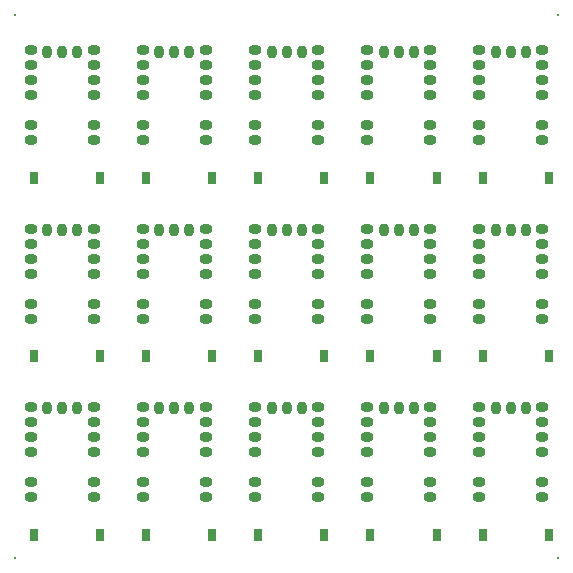
<source format=gbs>
G04*
G04 #@! TF.GenerationSoftware,Altium Limited,Altium Designer,21.5.1 (32)*
G04*
G04 Layer_Color=16711935*
%FSLAX25Y25*%
%MOIN*%
G70*
G04*
G04 #@! TF.SameCoordinates,56779449-03F1-48BB-9336-A885ABDA861C*
G04*
G04*
G04 #@! TF.FilePolarity,Negative*
G04*
G01*
G75*
%ADD46R,0.02756X0.04331*%
%ADD47C,0.00800*%
%ADD48O,0.04331X0.03386*%
%ADD49O,0.03386X0.04331*%
D46*
X36220Y15748D02*
D03*
X14173D02*
D03*
X73622D02*
D03*
X51575D02*
D03*
X111024D02*
D03*
X88976D02*
D03*
X148425D02*
D03*
X126378D02*
D03*
X185827D02*
D03*
X163779D02*
D03*
X36220Y75197D02*
D03*
X14173D02*
D03*
X73622D02*
D03*
X51575D02*
D03*
X111024D02*
D03*
X88976D02*
D03*
X148425D02*
D03*
X126378D02*
D03*
X185827D02*
D03*
X163779D02*
D03*
X36220Y134646D02*
D03*
X14173D02*
D03*
X73622D02*
D03*
X51575D02*
D03*
X111024D02*
D03*
X88976D02*
D03*
X148425D02*
D03*
X126378D02*
D03*
X185827D02*
D03*
X163779D02*
D03*
D47*
X7874Y188976D02*
D03*
X188976D02*
D03*
Y7874D02*
D03*
X7874D02*
D03*
D48*
X34095Y58307D02*
D03*
Y53307D02*
D03*
Y48307D02*
D03*
Y43307D02*
D03*
Y33307D02*
D03*
Y28307D02*
D03*
X13150D02*
D03*
Y33307D02*
D03*
Y43307D02*
D03*
Y48307D02*
D03*
Y53307D02*
D03*
Y58307D02*
D03*
X71496D02*
D03*
Y53307D02*
D03*
Y48307D02*
D03*
Y43307D02*
D03*
Y33307D02*
D03*
Y28307D02*
D03*
X50551D02*
D03*
Y33307D02*
D03*
Y43307D02*
D03*
Y48307D02*
D03*
Y53307D02*
D03*
Y58307D02*
D03*
X108898D02*
D03*
Y53307D02*
D03*
Y48307D02*
D03*
Y43307D02*
D03*
Y33307D02*
D03*
Y28307D02*
D03*
X87953D02*
D03*
Y33307D02*
D03*
Y43307D02*
D03*
Y48307D02*
D03*
Y53307D02*
D03*
Y58307D02*
D03*
X146299D02*
D03*
Y53307D02*
D03*
Y48307D02*
D03*
Y43307D02*
D03*
Y33307D02*
D03*
Y28307D02*
D03*
X125354D02*
D03*
Y33307D02*
D03*
Y43307D02*
D03*
Y48307D02*
D03*
Y53307D02*
D03*
Y58307D02*
D03*
X183701D02*
D03*
Y53307D02*
D03*
Y48307D02*
D03*
Y43307D02*
D03*
Y33307D02*
D03*
Y28307D02*
D03*
X162756D02*
D03*
Y33307D02*
D03*
Y43307D02*
D03*
Y48307D02*
D03*
Y53307D02*
D03*
Y58307D02*
D03*
X34095Y117756D02*
D03*
Y112756D02*
D03*
Y107756D02*
D03*
Y102756D02*
D03*
Y92756D02*
D03*
Y87756D02*
D03*
X13150D02*
D03*
Y92756D02*
D03*
Y102756D02*
D03*
Y107756D02*
D03*
Y112756D02*
D03*
Y117756D02*
D03*
X71496D02*
D03*
Y112756D02*
D03*
Y107756D02*
D03*
Y102756D02*
D03*
Y92756D02*
D03*
Y87756D02*
D03*
X50551D02*
D03*
Y92756D02*
D03*
Y102756D02*
D03*
Y107756D02*
D03*
Y112756D02*
D03*
Y117756D02*
D03*
X108898D02*
D03*
Y112756D02*
D03*
Y107756D02*
D03*
Y102756D02*
D03*
Y92756D02*
D03*
Y87756D02*
D03*
X87953D02*
D03*
Y92756D02*
D03*
Y102756D02*
D03*
Y107756D02*
D03*
Y112756D02*
D03*
Y117756D02*
D03*
X146299D02*
D03*
Y112756D02*
D03*
Y107756D02*
D03*
Y102756D02*
D03*
Y92756D02*
D03*
Y87756D02*
D03*
X125354D02*
D03*
Y92756D02*
D03*
Y102756D02*
D03*
Y107756D02*
D03*
Y112756D02*
D03*
Y117756D02*
D03*
X183701D02*
D03*
Y112756D02*
D03*
Y107756D02*
D03*
Y102756D02*
D03*
Y92756D02*
D03*
Y87756D02*
D03*
X162756D02*
D03*
Y92756D02*
D03*
Y102756D02*
D03*
Y107756D02*
D03*
Y112756D02*
D03*
Y117756D02*
D03*
X34095Y177205D02*
D03*
Y172205D02*
D03*
Y167205D02*
D03*
Y162205D02*
D03*
Y152205D02*
D03*
Y147205D02*
D03*
X13150D02*
D03*
Y152205D02*
D03*
Y162205D02*
D03*
Y167205D02*
D03*
Y172205D02*
D03*
Y177205D02*
D03*
X71496D02*
D03*
Y172205D02*
D03*
Y167205D02*
D03*
Y162205D02*
D03*
Y152205D02*
D03*
Y147205D02*
D03*
X50551D02*
D03*
Y152205D02*
D03*
Y162205D02*
D03*
Y167205D02*
D03*
Y172205D02*
D03*
Y177205D02*
D03*
X108898D02*
D03*
Y172205D02*
D03*
Y167205D02*
D03*
Y162205D02*
D03*
Y152205D02*
D03*
Y147205D02*
D03*
X87953D02*
D03*
Y152205D02*
D03*
Y162205D02*
D03*
Y167205D02*
D03*
Y172205D02*
D03*
Y177205D02*
D03*
X146299D02*
D03*
Y172205D02*
D03*
Y167205D02*
D03*
Y162205D02*
D03*
Y152205D02*
D03*
Y147205D02*
D03*
X125354D02*
D03*
Y152205D02*
D03*
Y162205D02*
D03*
Y167205D02*
D03*
Y172205D02*
D03*
Y177205D02*
D03*
X183701D02*
D03*
Y172205D02*
D03*
Y167205D02*
D03*
Y162205D02*
D03*
Y152205D02*
D03*
Y147205D02*
D03*
X162756D02*
D03*
Y152205D02*
D03*
Y162205D02*
D03*
Y167205D02*
D03*
Y172205D02*
D03*
Y177205D02*
D03*
D49*
X18622Y57835D02*
D03*
X23622D02*
D03*
X28622D02*
D03*
X56024D02*
D03*
X61024D02*
D03*
X66024D02*
D03*
X93425D02*
D03*
X98425D02*
D03*
X103425D02*
D03*
X130827D02*
D03*
X135827D02*
D03*
X140827D02*
D03*
X168228D02*
D03*
X173228D02*
D03*
X178228D02*
D03*
X18622Y117283D02*
D03*
X23622D02*
D03*
X28622D02*
D03*
X56024D02*
D03*
X61024D02*
D03*
X66024D02*
D03*
X93425D02*
D03*
X98425D02*
D03*
X103425D02*
D03*
X130827D02*
D03*
X135827D02*
D03*
X140827D02*
D03*
X168228D02*
D03*
X173228D02*
D03*
X178228D02*
D03*
X18622Y176732D02*
D03*
X23622D02*
D03*
X28622D02*
D03*
X56024D02*
D03*
X61024D02*
D03*
X66024D02*
D03*
X93425D02*
D03*
X98425D02*
D03*
X103425D02*
D03*
X130827D02*
D03*
X135827D02*
D03*
X140827D02*
D03*
X168228D02*
D03*
X173228D02*
D03*
X178228D02*
D03*
M02*

</source>
